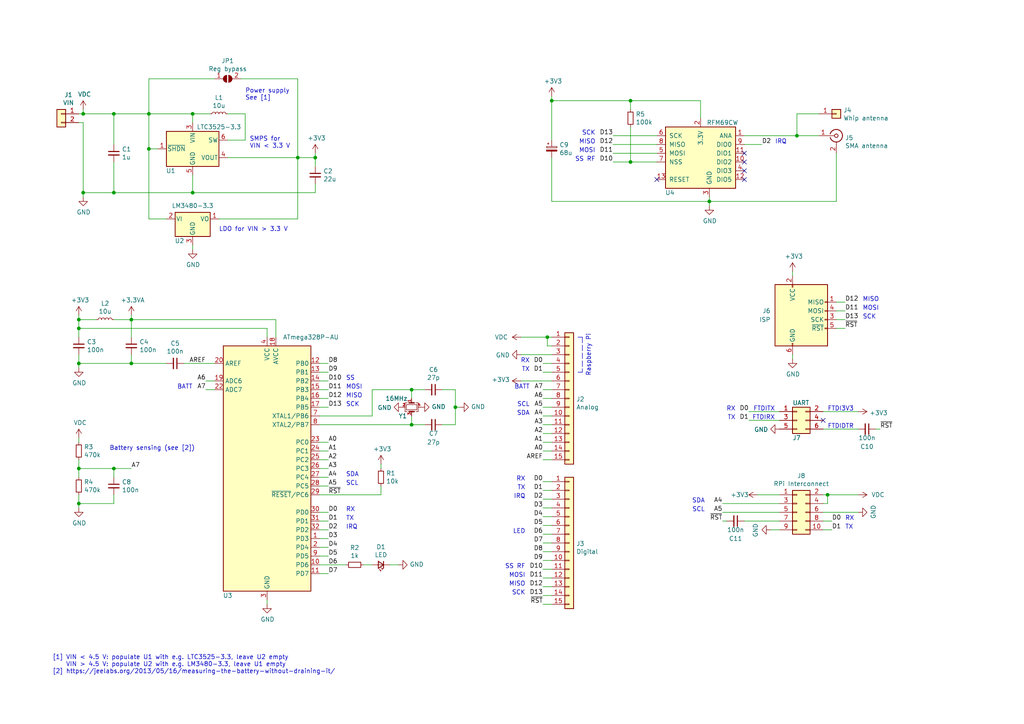
<source format=kicad_sch>
(kicad_sch (version 20211123) (generator eeschema)
  (paper "A4")
  (title_block (title "Taransay") (date "2021-11-06") (rev "1") (company "Sean Leavey"))
  (lib_symbols
    (symbol "Connector:AVR-ISP-6" (pin_names (offset 1.016))
      (property "Reference" "J" (at -6.35 11.43 0))
      (property "Value" "AVR-ISP-6" (at 0 11.43 0))
      (symbol "AVR-ISP-6_0_1"
        (rectangle (start -2.667 -6.858) (end -2.413 -7.62))
        (rectangle (start -2.667 10.16) (end -2.413 9.398))
        (rectangle (start 7.62 -2.413) (end 6.858 -2.667))
        (rectangle (start 7.62 0.127) (end 6.858 -0.127))
        (rectangle (start 7.62 2.667) (end 6.858 2.413))
        (rectangle (start 7.62 5.207) (end 6.858 4.953))
        (rectangle (start 7.62 10.16) (end -7.62 -7.62) (stroke (width 0.254)) (fill (type background)))
      )
      (symbol "AVR-ISP-6_1_1"
        (pin passive line (at 10.16 5.08 180) (length 2.54) (name "MISO") (number "1"))
        (pin passive line (at -2.54 12.7 270) (length 2.54) (name "VCC") (number "2"))
        (pin passive line (at 10.16 0 180) (length 2.54) (name "SCK") (number "3"))
        (pin passive line (at 10.16 2.54 180) (length 2.54) (name "MOSI") (number "4"))
        (pin passive line (at 10.16 -2.54 180) (length 2.54) (name "~{RST}") (number "5"))
        (pin passive line (at -2.54 -10.16 90) (length 2.54) (name "GND") (number "6"))
      )
    )
    (symbol "Connector:Conn_Coaxial" (pin_names (offset 1.016) hide)
      (property "Reference" "J" (at 0.254 3.048 0))
      (property "Value" "Conn_Coaxial" (at 2.921 0 90))
      (symbol "Conn_Coaxial_0_1"
        (arc (start -1.778 -0.508) (mid 0.2311 -1.8066) (end 1.778 0) (stroke (width 0.254)))
        (polyline (pts (xy -2.54 0) (xy -0.508 0)))
        (polyline (pts (xy 0 -2.54) (xy 0 -1.778)))
        (circle (center 0 0) (radius 0.508) (stroke (width 0.2032)))
        (arc (start 1.778 0) (mid 0.2099 1.8101) (end -1.778 0.508) (stroke (width 0.254)))
      )
      (symbol "Conn_Coaxial_1_1"
        (pin passive line (at -5.08 0 0) (length 2.54) (name "In") (number "1"))
        (pin passive line (at 0 -5.08 90) (length 2.54) (name "Ext") (number "2"))
      )
    )
    (symbol "Connector_Generic:Conn_01x01" (pin_names (offset 1.016) hide)
      (property "Reference" "J" (at 0 2.54 0))
      (property "Value" "Conn_01x01" (at 0 -2.54 0))
      (symbol "Conn_01x01_1_1"
        (rectangle (start -1.27 0.127) (end 0 -0.127) (stroke (width 0.1524)))
        (rectangle (start -1.27 1.27) (end 1.27 -1.27) (stroke (width 0.254)) (fill (type background)))
        (pin passive line (at -5.08 0 0) (length 3.81) (name "Pin_1") (number "1"))
      )
    )
    (symbol "Connector_Generic:Conn_01x02" (pin_names (offset 1.016) hide)
      (property "Reference" "J" (at 0 2.54 0))
      (property "Value" "Conn_01x02" (at 0 -5.08 0))
      (symbol "Conn_01x02_1_1"
        (rectangle (start -1.27 -2.413) (end 0 -2.667) (stroke (width 0.1524)))
        (rectangle (start -1.27 0.127) (end 0 -0.127) (stroke (width 0.1524)))
        (rectangle (start -1.27 1.27) (end 1.27 -3.81) (stroke (width 0.254)) (fill (type background)))
        (pin passive line (at -5.08 0 0) (length 3.81) (name "Pin_1") (number "1"))
        (pin passive line (at -5.08 -2.54 0) (length 3.81) (name "Pin_2") (number "2"))
      )
    )
    (symbol "Connector_Generic:Conn_01x15" (pin_names (offset 1.016) hide)
      (property "Reference" "J" (at 0 20.32 0))
      (property "Value" "Conn_01x15" (at 0 -20.32 0))
      (symbol "Conn_01x15_1_1"
        (rectangle (start -1.27 -17.653) (end 0 -17.907) (stroke (width 0.1524)))
        (rectangle (start -1.27 -15.113) (end 0 -15.367) (stroke (width 0.1524)))
        (rectangle (start -1.27 -12.573) (end 0 -12.827) (stroke (width 0.1524)))
        (rectangle (start -1.27 -10.033) (end 0 -10.287) (stroke (width 0.1524)))
        (rectangle (start -1.27 -7.493) (end 0 -7.747) (stroke (width 0.1524)))
        (rectangle (start -1.27 -4.953) (end 0 -5.207) (stroke (width 0.1524)))
        (rectangle (start -1.27 -2.413) (end 0 -2.667) (stroke (width 0.1524)))
        (rectangle (start -1.27 0.127) (end 0 -0.127) (stroke (width 0.1524)))
        (rectangle (start -1.27 2.667) (end 0 2.413) (stroke (width 0.1524)))
        (rectangle (start -1.27 5.207) (end 0 4.953) (stroke (width 0.1524)))
        (rectangle (start -1.27 7.747) (end 0 7.493) (stroke (width 0.1524)))
        (rectangle (start -1.27 10.287) (end 0 10.033) (stroke (width 0.1524)))
        (rectangle (start -1.27 12.827) (end 0 12.573) (stroke (width 0.1524)))
        (rectangle (start -1.27 15.367) (end 0 15.113) (stroke (width 0.1524)))
        (rectangle (start -1.27 17.907) (end 0 17.653) (stroke (width 0.1524)))
        (rectangle (start -1.27 19.05) (end 1.27 -19.05) (stroke (width 0.254)) (fill (type background)))
        (pin passive line (at -5.08 17.78 0) (length 3.81) (name "Pin_1") (number "1"))
        (pin passive line (at -5.08 -5.08 0) (length 3.81) (name "Pin_10") (number "10"))
        (pin passive line (at -5.08 -7.62 0) (length 3.81) (name "Pin_11") (number "11"))
        (pin passive line (at -5.08 -10.16 0) (length 3.81) (name "Pin_12") (number "12"))
        (pin passive line (at -5.08 -12.7 0) (length 3.81) (name "Pin_13") (number "13"))
        (pin passive line (at -5.08 -15.24 0) (length 3.81) (name "Pin_14") (number "14"))
        (pin passive line (at -5.08 -17.78 0) (length 3.81) (name "Pin_15") (number "15"))
        (pin passive line (at -5.08 15.24 0) (length 3.81) (name "Pin_2") (number "2"))
        (pin passive line (at -5.08 12.7 0) (length 3.81) (name "Pin_3") (number "3"))
        (pin passive line (at -5.08 10.16 0) (length 3.81) (name "Pin_4") (number "4"))
        (pin passive line (at -5.08 7.62 0) (length 3.81) (name "Pin_5") (number "5"))
        (pin passive line (at -5.08 5.08 0) (length 3.81) (name "Pin_6") (number "6"))
        (pin passive line (at -5.08 2.54 0) (length 3.81) (name "Pin_7") (number "7"))
        (pin passive line (at -5.08 0 0) (length 3.81) (name "Pin_8") (number "8"))
        (pin passive line (at -5.08 -2.54 0) (length 3.81) (name "Pin_9") (number "9"))
      )
    )
    (symbol "Connector_Generic:Conn_02x03_Odd_Even" (pin_names (offset 1.016) hide)
      (property "Reference" "J" (at 1.27 5.08 0))
      (property "Value" "Conn_02x03_Odd_Even" (at 1.27 -5.08 0))
      (symbol "Conn_02x03_Odd_Even_1_1"
        (rectangle (start -1.27 -2.413) (end 0 -2.667) (stroke (width 0.1524)))
        (rectangle (start -1.27 0.127) (end 0 -0.127) (stroke (width 0.1524)))
        (rectangle (start -1.27 2.667) (end 0 2.413) (stroke (width 0.1524)))
        (rectangle (start -1.27 3.81) (end 3.81 -3.81) (stroke (width 0.254)) (fill (type background)))
        (rectangle (start 3.81 -2.413) (end 2.54 -2.667) (stroke (width 0.1524)))
        (rectangle (start 3.81 0.127) (end 2.54 -0.127) (stroke (width 0.1524)))
        (rectangle (start 3.81 2.667) (end 2.54 2.413) (stroke (width 0.1524)))
        (pin passive line (at -5.08 2.54 0) (length 3.81) (name "Pin_1") (number "1"))
        (pin passive line (at 7.62 2.54 180) (length 3.81) (name "Pin_2") (number "2"))
        (pin passive line (at -5.08 0 0) (length 3.81) (name "Pin_3") (number "3"))
        (pin passive line (at 7.62 0 180) (length 3.81) (name "Pin_4") (number "4"))
        (pin passive line (at -5.08 -2.54 0) (length 3.81) (name "Pin_5") (number "5"))
        (pin passive line (at 7.62 -2.54 180) (length 3.81) (name "Pin_6") (number "6"))
      )
    )
    (symbol "Connector_Generic:Conn_02x05_Odd_Even" (pin_names (offset 1.016) hide)
      (property "Reference" "J" (at 1.27 7.62 0))
      (property "Value" "Conn_02x05_Odd_Even" (at 1.27 -7.62 0))
      (symbol "Conn_02x05_Odd_Even_1_1"
        (rectangle (start -1.27 -4.953) (end 0 -5.207) (stroke (width 0.1524)))
        (rectangle (start -1.27 -2.413) (end 0 -2.667) (stroke (width 0.1524)))
        (rectangle (start -1.27 0.127) (end 0 -0.127) (stroke (width 0.1524)))
        (rectangle (start -1.27 2.667) (end 0 2.413) (stroke (width 0.1524)))
        (rectangle (start -1.27 5.207) (end 0 4.953) (stroke (width 0.1524)))
        (rectangle (start -1.27 6.35) (end 3.81 -6.35) (stroke (width 0.254)) (fill (type background)))
        (rectangle (start 3.81 -4.953) (end 2.54 -5.207) (stroke (width 0.1524)))
        (rectangle (start 3.81 -2.413) (end 2.54 -2.667) (stroke (width 0.1524)))
        (rectangle (start 3.81 0.127) (end 2.54 -0.127) (stroke (width 0.1524)))
        (rectangle (start 3.81 2.667) (end 2.54 2.413) (stroke (width 0.1524)))
        (rectangle (start 3.81 5.207) (end 2.54 4.953) (stroke (width 0.1524)))
        (pin passive line (at -5.08 5.08 0) (length 3.81) (name "Pin_1") (number "1"))
        (pin passive line (at 7.62 -5.08 180) (length 3.81) (name "Pin_10") (number "10"))
        (pin passive line (at 7.62 5.08 180) (length 3.81) (name "Pin_2") (number "2"))
        (pin passive line (at -5.08 2.54 0) (length 3.81) (name "Pin_3") (number "3"))
        (pin passive line (at 7.62 2.54 180) (length 3.81) (name "Pin_4") (number "4"))
        (pin passive line (at -5.08 0 0) (length 3.81) (name "Pin_5") (number "5"))
        (pin passive line (at 7.62 0 180) (length 3.81) (name "Pin_6") (number "6"))
        (pin passive line (at -5.08 -2.54 0) (length 3.81) (name "Pin_7") (number "7"))
        (pin passive line (at 7.62 -2.54 180) (length 3.81) (name "Pin_8") (number "8"))
        (pin passive line (at -5.08 -5.08 0) (length 3.81) (name "Pin_9") (number "9"))
      )
    )
    (symbol "Device:C_Polarized_Small" (pin_numbers hide) (pin_names (offset 0.254) hide)
      (property "Reference" "C" (at 0.254 1.778 0))
      (property "Value" "C_Polarized_Small" (at 0.254 -2.032 0))
      (symbol "C_Polarized_Small_0_1"
        (rectangle (start -1.524 -0.3048) (end 1.524 -0.6858) (fill (type outline)))
        (rectangle (start -1.524 0.6858) (end 1.524 0.3048))
        (polyline (pts (xy -1.27 1.524) (xy -0.762 1.524)))
        (polyline (pts (xy -1.016 1.27) (xy -1.016 1.778)))
      )
      (symbol "C_Polarized_Small_1_1"
        (pin passive line (at 0 2.54 270) (length 1.8542) (name "~") (number "1"))
        (pin passive line (at 0 -2.54 90) (length 1.8542) (name "~") (number "2"))
      )
    )
    (symbol "Device:C_Small" (pin_numbers hide) (pin_names (offset 0.254) hide)
      (property "Reference" "C" (at 0.254 1.778 0))
      (property "Value" "C_Small" (at 0.254 -2.032 0))
      (symbol "C_Small_0_1"
        (polyline (pts (xy -1.524 -0.508) (xy 1.524 -0.508)) (stroke (width 0.3302)))
        (polyline (pts (xy -1.524 0.508) (xy 1.524 0.508)) (stroke (width 0.3048)))
      )
      (symbol "C_Small_1_1"
        (pin passive line (at 0 2.54 270) (length 2.032) (name "~") (number "1"))
        (pin passive line (at 0 -2.54 90) (length 2.032) (name "~") (number "2"))
      )
    )
    (symbol "Device:Crystal_GND24_Small" (pin_names (offset 1.016) hide)
      (property "Reference" "Y" (at 1.27 4.445 0))
      (property "Value" "Crystal_GND24_Small" (at 1.27 2.54 0))
      (symbol "Crystal_GND24_Small_0_1"
        (rectangle (start -0.762 -1.524) (end 0.762 1.524))
        (polyline (pts (xy -1.27 -0.762) (xy -1.27 0.762)) (stroke (width 0.381)))
        (polyline (pts (xy 1.27 -0.762) (xy 1.27 0.762)) (stroke (width 0.381)))
        (polyline (pts (xy -1.27 -1.27) (xy -1.27 -1.905) (xy 1.27 -1.905) (xy 1.27 -1.27)))
        (polyline (pts (xy -1.27 1.27) (xy -1.27 1.905) (xy 1.27 1.905) (xy 1.27 1.27)))
      )
      (symbol "Crystal_GND24_Small_1_1"
        (pin passive line (at -2.54 0 0) (length 1.27) (name "1") (number "1"))
        (pin passive line (at 0 -2.54 90) (length 0.635) (name "2") (number "2"))
        (pin passive line (at 2.54 0 180) (length 1.27) (name "3") (number "3"))
        (pin passive line (at 0 2.54 270) (length 0.635) (name "4") (number "4"))
      )
    )
    (symbol "Device:LED_Small" (pin_numbers hide) (pin_names (offset 0.254) hide)
      (property "Reference" "D" (at -1.27 3.175 0))
      (property "Value" "LED_Small" (at -4.445 -2.54 0))
      (symbol "LED_Small_0_1"
        (polyline (pts (xy -0.762 -1.016) (xy -0.762 1.016)) (stroke (width 0.254)))
        (polyline (pts (xy 1.016 0) (xy -0.762 0)))
        (polyline (pts (xy 0.762 -1.016) (xy -0.762 0) (xy 0.762 1.016) (xy 0.762 -1.016)) (stroke (width 0.254)))
        (polyline (pts (xy 0 0.762) (xy -0.508 1.27) (xy -0.254 1.27) (xy -0.508 1.27) (xy -0.508 1.016)))
        (polyline (pts (xy 0.508 1.27) (xy 0 1.778) (xy 0.254 1.778) (xy 0 1.778) (xy 0 1.524)))
      )
      (symbol "LED_Small_1_1"
        (pin passive line (at -2.54 0 0) (length 1.778) (name "K") (number "1"))
        (pin passive line (at 2.54 0 180) (length 1.778) (name "A") (number "2"))
      )
    )
    (symbol "Device:L_Small" (pin_numbers hide) (pin_names (offset 0.254) hide)
      (property "Reference" "L" (at 0.762 1.016 0))
      (property "Value" "L_Small" (at 0.762 -1.016 0))
      (symbol "L_Small_0_1"
        (arc (start 0 -2.032) (mid 0.508 -1.524) (end 0 -1.016))
        (arc (start 0 -1.016) (mid 0.508 -0.508) (end 0 0))
        (arc (start 0 0) (mid 0.508 0.508) (end 0 1.016))
        (arc (start 0 1.016) (mid 0.508 1.524) (end 0 2.032))
      )
      (symbol "L_Small_1_1"
        (pin passive line (at 0 2.54 270) (length 0.508) (name "~") (number "1"))
        (pin passive line (at 0 -2.54 90) (length 0.508) (name "~") (number "2"))
      )
    )
    (symbol "Device:R_Small" (pin_numbers hide) (pin_names (offset 0.254) hide)
      (property "Reference" "R" (at 0.762 0.508 0))
      (property "Value" "R_Small" (at 0.762 -1.016 0))
      (symbol "R_Small_0_1"
        (rectangle (start -0.762 1.778) (end 0.762 -1.778) (stroke (width 0.2032)))
      )
      (symbol "R_Small_1_1"
        (pin passive line (at 0 2.54 270) (length 0.762) (name "~") (number "1"))
        (pin passive line (at 0 -2.54 90) (length 0.762) (name "~") (number "2"))
      )
    )
    (symbol "Jumper:SolderJumper_2_Open" (pin_names (offset 0) hide)
      (property "Reference" "JP" (at 0 2.032 0))
      (property "Value" "SolderJumper_2_Open" (at 0 -2.54 0))
      (symbol "SolderJumper_2_Open_0_1"
        (arc (start -0.254 1.016) (mid -1.27 0) (end -0.254 -1.016))
        (arc (start -0.254 1.016) (mid -1.27 0) (end -0.254 -1.016) (fill (type outline)))
        (polyline (pts (xy -0.254 1.016) (xy -0.254 -1.016)))
        (polyline (pts (xy 0.254 1.016) (xy 0.254 -1.016)))
        (arc (start 0.254 -1.016) (mid 1.27 0) (end 0.254 1.016))
        (arc (start 0.254 -1.016) (mid 1.27 0) (end 0.254 1.016) (fill (type outline)))
      )
      (symbol "SolderJumper_2_Open_1_1"
        (pin passive line (at -3.81 0 0) (length 2.54) (name "A") (number "1"))
        (pin passive line (at 3.81 0 180) (length 2.54) (name "B") (number "2"))
      )
    )
    (symbol "MCU_Microchip_ATmega:ATmega328P-AU"
      (property "Reference" "U" (at -12.7 36.83 0))
      (property "Value" "MCU_Microchip_ATmega_ATmega328P-AU" (at 2.54 -36.83 0))
      (symbol "ATmega328P-AU_0_1"
        (rectangle (start -12.7 -35.56) (end 12.7 35.56) (stroke (width 0.254)) (fill (type background)))
      )
      (symbol "ATmega328P-AU_1_1"
        (pin bidirectional line (at 15.24 -20.32 180) (length 2.54) (name "PD3") (number "1"))
        (pin bidirectional line (at 15.24 -27.94 180) (length 2.54) (name "PD6") (number "10"))
        (pin bidirectional line (at 15.24 -30.48 180) (length 2.54) (name "PD7") (number "11"))
        (pin bidirectional line (at 15.24 30.48 180) (length 2.54) (name "PB0") (number "12"))
        (pin bidirectional line (at 15.24 27.94 180) (length 2.54) (name "PB1") (number "13"))
        (pin bidirectional line (at 15.24 25.4 180) (length 2.54) (name "PB2") (number "14"))
        (pin bidirectional line (at 15.24 22.86 180) (length 2.54) (name "PB3") (number "15"))
        (pin bidirectional line (at 15.24 20.32 180) (length 2.54) (name "PB4") (number "16"))
        (pin bidirectional line (at 15.24 17.78 180) (length 2.54) (name "PB5") (number "17"))
        (pin power_in line (at 2.54 38.1 270) (length 2.54) (name "AVCC") (number "18"))
        (pin input line (at -15.24 25.4 0) (length 2.54) (name "ADC6") (number "19"))
        (pin bidirectional line (at 15.24 -22.86 180) (length 2.54) (name "PD4") (number "2"))
        (pin passive line (at -15.24 30.48 0) (length 2.54) (name "AREF") (number "20"))
        (pin passive line (at 0 -38.1 90) (length 2.54) hide (name "GND") (number "21"))
        (pin input line (at -15.24 22.86 0) (length 2.54) (name "ADC7") (number "22"))
        (pin bidirectional line (at 15.24 7.62 180) (length 2.54) (name "PC0") (number "23"))
        (pin bidirectional line (at 15.24 5.08 180) (length 2.54) (name "PC1") (number "24"))
        (pin bidirectional line (at 15.24 2.54 180) (length 2.54) (name "PC2") (number "25"))
        (pin bidirectional line (at 15.24 0 180) (length 2.54) (name "PC3") (number "26"))
        (pin bidirectional line (at 15.24 -2.54 180) (length 2.54) (name "PC4") (number "27"))
        (pin bidirectional line (at 15.24 -5.08 180) (length 2.54) (name "PC5") (number "28"))
        (pin bidirectional line (at 15.24 -7.62 180) (length 2.54) (name "~{RESET}/PC6") (number "29"))
        (pin power_in line (at 0 -38.1 90) (length 2.54) (name "GND") (number "3"))
        (pin bidirectional line (at 15.24 -12.7 180) (length 2.54) (name "PD0") (number "30"))
        (pin bidirectional line (at 15.24 -15.24 180) (length 2.54) (name "PD1") (number "31"))
        (pin bidirectional line (at 15.24 -17.78 180) (length 2.54) (name "PD2") (number "32"))
        (pin power_in line (at 0 38.1 270) (length 2.54) (name "VCC") (number "4"))
        (pin passive line (at 0 -38.1 90) (length 2.54) hide (name "GND") (number "5"))
        (pin passive line (at 0 38.1 270) (length 2.54) hide (name "VCC") (number "6"))
        (pin bidirectional line (at 15.24 15.24 180) (length 2.54) (name "XTAL1/PB6") (number "7"))
        (pin bidirectional line (at 15.24 12.7 180) (length 2.54) (name "XTAL2/PB7") (number "8"))
        (pin bidirectional line (at 15.24 -25.4 180) (length 2.54) (name "PD5") (number "9"))
      )
    )
    (symbol "Regulator_Linear:LM3480-3.3" (pin_names (offset 0.254))
      (property "Reference" "U" (at -3.81 3.175 0))
      (property "Value" "LM3480-3.3" (at 0 3.175 0))
      (symbol "LM3480-3.3_0_1"
        (rectangle (start -5.08 1.905) (end 5.08 -5.08) (stroke (width 0.254)) (fill (type background)))
      )
      (symbol "LM3480-3.3_1_1"
        (pin power_out line (at 7.62 0 180) (length 2.54) (name "VO") (number "1"))
        (pin power_in line (at -7.62 0 0) (length 2.54) (name "VI") (number "2"))
        (pin power_in line (at 0 -7.62 90) (length 2.54) (name "GND") (number "3"))
      )
    )
    (symbol "Regulator_Switching:LTC3525-3.3" (pin_names (offset 0.254))
      (property "Reference" "U" (at -6.35 6.35 0))
      (property "Value" "LTC3525-3.3" (at 1.27 6.35 0))
      (symbol "LTC3525-3.3_0_1"
        (rectangle (start -7.62 5.08) (end 7.62 -5.08) (stroke (width 0.254)) (fill (type background)))
      )
      (symbol "LTC3525-3.3_1_1"
        (pin input line (at -10.16 0 0) (length 2.54) (name "~{SHDN}") (number "1"))
        (pin passive line (at 0 -7.62 90) (length 2.54) hide (name "GND") (number "2"))
        (pin power_in line (at 0 7.62 270) (length 2.54) (name "VIN") (number "3"))
        (pin power_out line (at 10.16 -2.54 180) (length 2.54) (name "VOUT") (number "4"))
        (pin power_in line (at 0 -7.62 90) (length 2.54) (name "GND") (number "5"))
        (pin input line (at 10.16 2.54 180) (length 2.54) (name "SW") (number "6"))
      )
    )
    (symbol "Taransay_RF_Module:RFM69CW" (pin_names (offset 1.016))
      (property "Reference" "U" (at -3.81 11.43 0))
      (property "Value" "RFM69CW" (at -7.62 13.97 0))
      (symbol "RFM69CW_0_1"
        (rectangle (start -10.16 10.16) (end 10.16 -7.62) (stroke (width 0.254)) (fill (type background)))
      )
      (symbol "RFM69CW_1_1"
        (pin output line (at 12.7 7.62 180) (length 2.54) (name "ANA") (number "1"))
        (pin bidirectional line (at 12.7 0 180) (length 2.54) (name "DIO2") (number "10"))
        (pin bidirectional line (at 12.7 2.54 180) (length 2.54) (name "DIO1") (number "11"))
        (pin bidirectional line (at 12.7 -5.08 180) (length 2.54) (name "DIO5") (number "12"))
        (pin input line (at -12.7 -5.08 0) (length 2.54) (name "RESET") (number "13"))
        (pin passive line (at 2.54 -10.16 90) (length 2.54) hide (name "GND") (number "14"))
        (pin power_in line (at 0 12.7 270) (length 2.54) (name "3.3V") (number "2"))
        (pin power_in line (at 2.54 -10.16 90) (length 2.54) (name "GND") (number "3"))
        (pin bidirectional line (at 12.7 -2.54 180) (length 2.54) (name "DIO3") (number "4"))
        (pin input line (at -12.7 2.54 0) (length 2.54) (name "MOSI") (number "5"))
        (pin input line (at -12.7 7.62 0) (length 2.54) (name "SCK") (number "6"))
        (pin input line (at -12.7 0 0) (length 2.54) (name "NSS") (number "7"))
        (pin output line (at -12.7 5.08 0) (length 2.54) (name "MISO") (number "8"))
        (pin bidirectional line (at 12.7 5.08 180) (length 2.54) (name "DIO0") (number "9"))
      )
    )
    (symbol "power:+3.3VA" (power) (pin_names (offset 0))
      (property "Value" "+3.3VA" (at 0 3.556 0))
      (symbol "+3.3VA_0_1"
        (polyline (pts (xy -0.762 1.27) (xy 0 2.54)))
        (polyline (pts (xy 0 0) (xy 0 2.54)))
        (polyline (pts (xy 0 2.54) (xy 0.762 1.27)))
      )
      (symbol "+3.3VA_1_1"
        (pin power_in line (at 0 0 90) (length 0) hide (name "+3.3VA") (number "1"))
      )
    )
    (symbol "power:+3V3" (power) (pin_names (offset 0))
      (property "Value" "+3V3" (at 0 3.556 0))
      (symbol "+3V3_0_1"
        (polyline (pts (xy -0.762 1.27) (xy 0 2.54)))
        (polyline (pts (xy 0 0) (xy 0 2.54)))
        (polyline (pts (xy 0 2.54) (xy 0.762 1.27)))
      )
      (symbol "+3V3_1_1"
        (pin power_in line (at 0 0 90) (length 0) hide (name "+3V3") (number "1"))
      )
    )
    (symbol "power:GND" (power) (pin_names (offset 0))
      (property "Value" "GND" (at 0 -3.81 0))
      (symbol "GND_0_1"
        (polyline (pts (xy 0 0) (xy 0 -1.27) (xy 1.27 -1.27) (xy 0 -2.54) (xy -1.27 -1.27) (xy 0 -1.27)))
      )
      (symbol "GND_1_1"
        (pin power_in line (at 0 0 270) (length 0) hide (name "GND") (number "1"))
      )
    )
    (symbol "power:VDC" (power) (pin_names (offset 0))
      (property "Value" "VDC" (at 0 6.35 0))
      (symbol "VDC_0_1"
        (polyline (pts (xy -0.762 1.27) (xy 0 2.54)))
        (polyline (pts (xy 0 0) (xy 0 2.54)))
        (polyline (pts (xy 0 2.54) (xy 0.762 1.27)))
      )
      (symbol "VDC_1_1"
        (pin power_in line (at 0 0 90) (length 0) hide (name "VDC") (number "1"))
      )
    )
  )
  (junction (at 182.88 46.99))
  (junction (at 43.18 33.02))
  (junction (at 38.1 105.41))
  (junction (at 158.75 97.79))
  (junction (at 86.36 45.72))
  (junction (at 22.86 92.71))
  (junction (at 22.86 135.89))
  (junction (at 24.13 55.88))
  (junction (at 43.18 43.18))
  (junction (at 33.02 33.02))
  (junction (at 38.1 92.71))
  (junction (at 205.74 58.42))
  (junction (at 22.86 95.25))
  (junction (at 55.88 33.02))
  (junction (at 231.14 39.37))
  (junction (at 182.88 29.21))
  (junction (at 91.44 45.72))
  (junction (at 33.02 135.89))
  (junction (at 33.02 55.88))
  (junction (at 119.38 113.03))
  (junction (at 119.38 123.19))
  (junction (at 160.02 29.21))
  (junction (at 55.88 55.88))
  (junction (at 22.86 105.41))
  (junction (at 240.03 143.51))
  (junction (at 132.08 118.11))
  (junction (at 22.86 146.05))
  (junction (at 24.13 33.02))
  (no_connect (at 215.9 46.99))
  (no_connect (at 215.9 52.07))
  (no_connect (at 215.9 49.53))
  (no_connect (at 215.9 44.45))
  (no_connect (at 190.5 52.07))
  (no_connect (at 238.76 121.92))
  (wire (pts (xy 55.88 50.8) (xy 55.88 55.88)))
  (wire (pts (xy 92.71 143.51) (xy 110.49 143.51)))
  (wire (pts (xy 119.38 113.03) (xy 107.95 113.03)))
  (wire (pts (xy 43.18 22.86) (xy 43.18 33.02)))
  (wire (pts (xy 48.26 105.41) (xy 38.1 105.41)))
  (wire (pts (xy 177.8 46.99) (xy 182.88 46.99)))
  (wire (pts (xy 231.14 39.37) (xy 237.49 39.37)))
  (wire (pts (xy 24.13 55.88) (xy 33.02 55.88)))
  (wire (pts (xy 22.86 135.89) (xy 22.86 133.35)))
  (wire (pts (xy 132.08 118.11) (xy 132.08 123.19)))
  (wire (pts (xy 119.38 113.03) (xy 123.19 113.03)))
  (wire (pts (xy 24.13 35.56) (xy 22.86 35.56)))
  (wire (pts (xy 160.02 165.1) (xy 157.48 165.1)))
  (wire (pts (xy 226.06 121.92) (xy 217.17 121.92)))
  (wire (pts (xy 255.27 124.46) (xy 254 124.46)))
  (wire (pts (xy 80.01 92.71) (xy 38.1 92.71)))
  (wire (pts (xy 92.71 138.43) (xy 95.25 138.43)))
  (wire (pts (xy 203.2 29.21) (xy 203.2 34.29)))
  (wire (pts (xy 43.18 22.86) (xy 62.23 22.86)))
  (wire (pts (xy 177.8 41.91) (xy 190.5 41.91)))
  (wire (pts (xy 113.03 163.83) (xy 115.57 163.83)))
  (wire (pts (xy 92.71 163.83) (xy 100.33 163.83)))
  (wire (pts (xy 160.02 115.57) (xy 157.48 115.57)))
  (wire (pts (xy 24.13 31.75) (xy 24.13 33.02)))
  (wire (pts (xy 92.71 166.37) (xy 95.25 166.37)))
  (wire (pts (xy 33.02 46.99) (xy 33.02 55.88)))
  (wire (pts (xy 205.74 58.42) (xy 242.57 58.42)))
  (wire (pts (xy 132.08 113.03) (xy 132.08 118.11)))
  (wire (pts (xy 24.13 35.56) (xy 24.13 55.88)))
  (wire (pts (xy 38.1 92.71) (xy 33.02 92.71)))
  (polyline (pts (xy 168.91 97.79) (xy 168.91 107.95)))
  (wire (pts (xy 55.88 55.88) (xy 33.02 55.88)))
  (wire (pts (xy 223.52 153.67) (xy 226.06 153.67)))
  (wire (pts (xy 231.14 33.02) (xy 231.14 39.37)))
  (wire (pts (xy 77.47 175.26) (xy 77.47 173.99)))
  (wire (pts (xy 107.95 120.65) (xy 92.71 120.65)))
  (wire (pts (xy 219.71 143.51) (xy 226.06 143.51)))
  (wire (pts (xy 123.19 123.19) (xy 119.38 123.19)))
  (wire (pts (xy 92.71 130.81) (xy 95.25 130.81)))
  (wire (pts (xy 92.71 156.21) (xy 95.25 156.21)))
  (wire (pts (xy 48.26 63.5) (xy 43.18 63.5)))
  (wire (pts (xy 238.76 151.13) (xy 241.3 151.13)))
  (wire (pts (xy 160.02 160.02) (xy 157.48 160.02)))
  (wire (pts (xy 226.06 119.38) (xy 217.17 119.38)))
  (wire (pts (xy 160.02 118.11) (xy 157.48 118.11)))
  (wire (pts (xy 205.74 58.42) (xy 205.74 57.15)))
  (wire (pts (xy 160.02 139.7) (xy 157.48 139.7)))
  (wire (pts (xy 205.74 59.69) (xy 205.74 58.42)))
  (wire (pts (xy 105.41 163.83) (xy 107.95 163.83)))
  (wire (pts (xy 86.36 63.5) (xy 86.36 45.72)))
  (wire (pts (xy 182.88 31.75) (xy 182.88 29.21)))
  (wire (pts (xy 160.02 27.94) (xy 160.02 29.21)))
  (wire (pts (xy 22.86 138.43) (xy 22.86 135.89)))
  (wire (pts (xy 160.02 97.79) (xy 158.75 97.79)))
  (wire (pts (xy 160.02 40.64) (xy 160.02 29.21)))
  (polyline (pts (xy 168.91 97.79) (xy 167.64 97.79)))
  (wire (pts (xy 248.92 119.38) (xy 238.76 119.38)))
  (wire (pts (xy 55.88 33.02) (xy 60.96 33.02)))
  (wire (pts (xy 22.86 106.68) (xy 22.86 105.41)))
  (wire (pts (xy 92.71 148.59) (xy 95.25 148.59)))
  (wire (pts (xy 238.76 153.67) (xy 241.3 153.67)))
  (wire (pts (xy 77.47 97.79) (xy 77.47 95.25)))
  (wire (pts (xy 22.86 135.89) (xy 33.02 135.89)))
  (wire (pts (xy 160.02 125.73) (xy 157.48 125.73)))
  (wire (pts (xy 86.36 22.86) (xy 86.36 45.72)))
  (wire (pts (xy 215.9 41.91) (xy 220.98 41.91)))
  (wire (pts (xy 229.87 104.14) (xy 229.87 102.87)))
  (wire (pts (xy 33.02 143.51) (xy 33.02 146.05)))
  (wire (pts (xy 92.71 113.03) (xy 95.25 113.03)))
  (wire (pts (xy 95.25 115.57) (xy 92.71 115.57)))
  (wire (pts (xy 132.08 118.11) (xy 133.35 118.11)))
  (wire (pts (xy 92.71 140.97) (xy 95.25 140.97)))
  (wire (pts (xy 71.12 40.64) (xy 71.12 33.02)))
  (wire (pts (xy 22.86 97.79) (xy 22.86 95.25)))
  (wire (pts (xy 160.02 152.4) (xy 157.48 152.4)))
  (wire (pts (xy 209.55 148.59) (xy 226.06 148.59)))
  (wire (pts (xy 160.02 128.27) (xy 157.48 128.27)))
  (wire (pts (xy 158.75 100.33) (xy 158.75 97.79)))
  (wire (pts (xy 69.85 22.86) (xy 86.36 22.86)))
  (wire (pts (xy 182.88 46.99) (xy 190.5 46.99)))
  (wire (pts (xy 160.02 107.95) (xy 157.48 107.95)))
  (wire (pts (xy 160.02 45.72) (xy 160.02 58.42)))
  (wire (pts (xy 245.11 90.17) (xy 242.57 90.17)))
  (wire (pts (xy 160.02 142.24) (xy 157.48 142.24)))
  (wire (pts (xy 110.49 140.97) (xy 110.49 143.51)))
  (wire (pts (xy 119.38 123.19) (xy 119.38 120.65)))
  (wire (pts (xy 43.18 33.02) (xy 33.02 33.02)))
  (wire (pts (xy 158.75 97.79) (xy 151.13 97.79)))
  (wire (pts (xy 240.03 146.05) (xy 240.03 143.51)))
  (wire (pts (xy 238.76 143.51) (xy 240.03 143.51)))
  (wire (pts (xy 66.04 45.72) (xy 86.36 45.72)))
  (wire (pts (xy 160.02 144.78) (xy 157.48 144.78)))
  (wire (pts (xy 160.02 100.33) (xy 158.75 100.33)))
  (wire (pts (xy 92.71 153.67) (xy 95.25 153.67)))
  (wire (pts (xy 22.86 95.25) (xy 77.47 95.25)))
  (wire (pts (xy 92.71 118.11) (xy 95.25 118.11)))
  (wire (pts (xy 91.44 55.88) (xy 55.88 55.88)))
  (wire (pts (xy 22.86 147.32) (xy 22.86 146.05)))
  (wire (pts (xy 43.18 63.5) (xy 43.18 43.18)))
  (wire (pts (xy 160.02 147.32) (xy 157.48 147.32)))
  (wire (pts (xy 182.88 36.83) (xy 182.88 46.99)))
  (wire (pts (xy 55.88 72.39) (xy 55.88 71.12)))
  (wire (pts (xy 38.1 91.44) (xy 38.1 92.71)))
  (polyline (pts (xy 168.91 107.95) (xy 167.64 107.95)))
  (wire (pts (xy 92.71 128.27) (xy 95.25 128.27)))
  (wire (pts (xy 22.86 102.87) (xy 22.86 105.41)))
  (wire (pts (xy 63.5 63.5) (xy 86.36 63.5)))
  (wire (pts (xy 38.1 102.87) (xy 38.1 105.41)))
  (wire (pts (xy 24.13 55.88) (xy 24.13 57.15)))
  (wire (pts (xy 177.8 44.45) (xy 190.5 44.45)))
  (wire (pts (xy 160.02 130.81) (xy 157.48 130.81)))
  (wire (pts (xy 22.86 146.05) (xy 22.86 143.51)))
  (wire (pts (xy 215.9 39.37) (xy 231.14 39.37)))
  (wire (pts (xy 182.88 29.21) (xy 203.2 29.21)))
  (wire (pts (xy 209.55 146.05) (xy 226.06 146.05)))
  (wire (pts (xy 22.86 33.02) (xy 24.13 33.02)))
  (wire (pts (xy 160.02 162.56) (xy 157.48 162.56)))
  (wire (pts (xy 160.02 175.26) (xy 157.48 175.26)))
  (wire (pts (xy 160.02 133.35) (xy 157.48 133.35)))
  (wire (pts (xy 128.27 113.03) (xy 132.08 113.03)))
  (wire (pts (xy 92.71 107.95) (xy 95.25 107.95)))
  (wire (pts (xy 238.76 148.59) (xy 248.92 148.59)))
  (wire (pts (xy 22.86 95.25) (xy 22.86 92.71)))
  (wire (pts (xy 160.02 105.41) (xy 157.48 105.41)))
  (wire (pts (xy 91.44 55.88) (xy 91.44 53.34)))
  (wire (pts (xy 160.02 154.94) (xy 157.48 154.94)))
  (wire (pts (xy 22.86 92.71) (xy 22.86 91.44)))
  (wire (pts (xy 33.02 135.89) (xy 38.1 135.89)))
  (wire (pts (xy 27.94 92.71) (xy 22.86 92.71)))
  (wire (pts (xy 33.02 41.91) (xy 33.02 33.02)))
  (wire (pts (xy 231.14 33.02) (xy 237.49 33.02)))
  (wire (pts (xy 160.02 113.03) (xy 157.48 113.03)))
  (wire (pts (xy 177.8 39.37) (xy 190.5 39.37)))
  (wire (pts (xy 160.02 167.64) (xy 157.48 167.64)))
  (wire (pts (xy 92.71 158.75) (xy 95.25 158.75)))
  (wire (pts (xy 43.18 33.02) (xy 55.88 33.02)))
  (wire (pts (xy 242.57 58.42) (xy 242.57 44.45)))
  (wire (pts (xy 55.88 33.02) (xy 55.88 35.56)))
  (wire (pts (xy 92.71 105.41) (xy 95.25 105.41)))
  (wire (pts (xy 92.71 161.29) (xy 95.25 161.29)))
  (wire (pts (xy 160.02 123.19) (xy 157.48 123.19)))
  (wire (pts (xy 160.02 102.87) (xy 151.13 102.87)))
  (wire (pts (xy 62.23 110.49) (xy 59.69 110.49)))
  (wire (pts (xy 205.74 58.42) (xy 160.02 58.42)))
  (wire (pts (xy 240.03 143.51) (xy 248.92 143.51)))
  (wire (pts (xy 160.02 157.48) (xy 157.48 157.48)))
  (wire (pts (xy 95.25 135.89) (xy 92.71 135.89)))
  (wire (pts (xy 160.02 120.65) (xy 157.48 120.65)))
  (wire (pts (xy 24.13 33.02) (xy 33.02 33.02)))
  (wire (pts (xy 22.86 128.27) (xy 22.86 127)))
  (wire (pts (xy 95.25 110.49) (xy 92.71 110.49)))
  (wire (pts (xy 80.01 97.79) (xy 80.01 92.71)))
  (wire (pts (xy 242.57 95.25) (xy 245.11 95.25)))
  (wire (pts (xy 107.95 113.03) (xy 107.95 120.65)))
  (wire (pts (xy 160.02 110.49) (xy 151.13 110.49)))
  (wire (pts (xy 33.02 138.43) (xy 33.02 135.89)))
  (wire (pts (xy 160.02 149.86) (xy 157.48 149.86)))
  (wire (pts (xy 242.57 92.71) (xy 245.11 92.71)))
  (wire (pts (xy 238.76 146.05) (xy 240.03 146.05)))
  (wire (pts (xy 119.38 115.57) (xy 119.38 113.03)))
  (wire (pts (xy 22.86 146.05) (xy 33.02 146.05)))
  (wire (pts (xy 86.36 45.72) (xy 91.44 45.72)))
  (wire (pts (xy 66.04 33.02) (xy 71.12 33.02)))
  (wire (pts (xy 62.23 113.03) (xy 59.69 113.03)))
  (wire (pts (xy 245.11 87.63) (xy 242.57 87.63)))
  (wire (pts (xy 38.1 105.41) (xy 22.86 105.41)))
  (wire (pts (xy 110.49 135.89) (xy 110.49 134.62)))
  (wire (pts (xy 210.82 151.13) (xy 209.55 151.13)))
  (wire (pts (xy 160.02 170.18) (xy 157.48 170.18)))
  (wire (pts (xy 248.92 124.46) (xy 238.76 124.46)))
  (wire (pts (xy 66.04 40.64) (xy 71.12 40.64)))
  (wire (pts (xy 53.34 105.41) (xy 62.23 105.41)))
  (wire (pts (xy 160.02 29.21) (xy 182.88 29.21)))
  (wire (pts (xy 45.72 43.18) (xy 43.18 43.18)))
  (wire (pts (xy 91.44 45.72) (xy 91.44 48.26)))
  (wire (pts (xy 43.18 43.18) (xy 43.18 33.02)))
  (wire (pts (xy 229.87 78.74) (xy 229.87 80.01)))
  (wire (pts (xy 215.9 151.13) (xy 226.06 151.13)))
  (wire (pts (xy 91.44 45.72) (xy 91.44 44.45)))
  (wire (pts (xy 160.02 172.72) (xy 157.48 172.72)))
  (wire (pts (xy 132.08 123.19) (xy 128.27 123.19)))
  (wire (pts (xy 92.71 151.13) (xy 95.25 151.13)))
  (wire (pts (xy 92.71 133.35) (xy 95.25 133.35)))
  (wire (pts (xy 92.71 123.19) (xy 119.38 123.19)))
  (wire (pts (xy 38.1 97.79) (xy 38.1 92.71)))
  (text "LED" (at 152.4 154.94 180) (effects (font (size 1.27 1.27)) (justify right bottom)))
  (text "TX" (at 213.36 121.92 180) (effects (font (size 1.27 1.27)) (justify right bottom)))
  (text "MISO" (at 250.19 87.63 0) (effects (font (size 1.27 1.27)) (justify left bottom)))
  (text "FTDI3V3" (at 240.03 119.38 0) (effects (font (size 1.27 1.27)) (justify left bottom)))
  (text "TX" (at 245.11 153.67 0) (effects (font (size 1.27 1.27)) (justify left bottom)))
  (text "TX" (at 153.67 107.95 180) (effects (font (size 1.27 1.27)) (justify right bottom)))
  (text "RX" (at 213.36 119.38 180) (effects (font (size 1.27 1.27)) (justify right bottom)))
  (text "FTDIDTR" (at 240.03 124.46 0) (effects (font (size 1.27 1.27)) (justify left bottom)))
  (text "IRQ" (at 224.79 41.91 0) (effects (font (size 1.27 1.27)) (justify left bottom)))
  (text "SCL" (at 153.67 118.11 180) (effects (font (size 1.27 1.27)) (justify right bottom)))
  (text "IRQ" (at 100.33 153.67 0) (effects (font (size 1.27 1.27)) (justify left bottom)))
  (text "SCK" (at 100.33 118.11 0) (effects (font (size 1.27 1.27)) (justify left bottom)))
  (text "MOSI" (at 152.4 167.64 180) (effects (font (size 1.27 1.27)) (justify right bottom)))
  (text "BATT" (at 153.67 113.03 180) (effects (font (size 1.27 1.27)) (justify right bottom)))
  (text "RX" (at 152.4 139.7 180) (effects (font (size 1.27 1.27)) (justify right bottom)))
  (text "MISO" (at 172.72 41.91 180) (effects (font (size 1.27 1.27)) (justify right bottom)))
  (text "MISO" (at 100.33 115.57 0) (effects (font (size 1.27 1.27)) (justify left bottom)))
  (text "RX" (at 153.67 105.41 180) (effects (font (size 1.27 1.27)) (justify right bottom)))
  (text "BATT" (at 55.88 113.03 180) (effects (font (size 1.27 1.27)) (justify right bottom)))
  (text "[1] VIN < 4.5 V: populate U1 with e.g. LTC3525-3.3, leave U2 empty\n    VIN > 4.5 V: populate U2 with e.g. LM3480-3.3, leave U1 empty\n[2] https://jeelabs.org/2013/05/16/measuring-the-battery-without-draining-it/" (at 15.24 195.58 0) (effects (font (size 1.27 1.27)) (justify left bottom)))
  (text "IRQ" (at 152.4 144.78 180) (effects (font (size 1.27 1.27)) (justify right bottom)))
  (text "SDA" (at 100.33 138.43 0) (effects (font (size 1.27 1.27)) (justify left bottom)))
  (text "MISO" (at 152.4 170.18 180) (effects (font (size 1.27 1.27)) (justify right bottom)))
  (text "SCK" (at 172.72 39.37 180) (effects (font (size 1.27 1.27)) (justify right bottom)))
  (text "TX" (at 100.33 151.13 0) (effects (font (size 1.27 1.27)) (justify left bottom)))
  (text "SDA" (at 204.47 146.05 180) (effects (font (size 1.27 1.27)) (justify right bottom)))
  (text "SDA" (at 153.67 120.65 180) (effects (font (size 1.27 1.27)) (justify right bottom)))
  (text "SCL" (at 204.47 148.59 180) (effects (font (size 1.27 1.27)) (justify right bottom)))
  (text "LDO for VIN > 3.3 V" (at 63.5 67.31 0) (effects (font (size 1.27 1.27)) (justify left bottom)))
  (text "FTDITX" (at 224.79 119.38 180) (effects (font (size 1.27 1.27)) (justify right bottom)))
  (text "MOSI" (at 172.72 44.45 180) (effects (font (size 1.27 1.27)) (justify right bottom)))
  (text "Battery sensing (see [2])" (at 31.75 130.81 0) (effects (font (size 1.27 1.27)) (justify left bottom)))
  (text "SS" (at 100.33 110.49 0) (effects (font (size 1.27 1.27)) (justify left bottom)))
  (text "FTDIRX" (at 224.79 121.92 180) (effects (font (size 1.27 1.27)) (justify right bottom)))
  (text "MOSI" (at 250.19 90.17 0) (effects (font (size 1.27 1.27)) (justify left bottom)))
  (text "SS RF" (at 172.72 46.99 180) (effects (font (size 1.27 1.27)) (justify right bottom)))
  (text "SCK" (at 250.19 92.71 0) (effects (font (size 1.27 1.27)) (justify left bottom)))
  (text "TX" (at 152.4 142.24 180) (effects (font (size 1.27 1.27)) (justify right bottom)))
  (text "RX" (at 245.11 151.13 0) (effects (font (size 1.27 1.27)) (justify left bottom)))
  (text "SMPS for\nVIN < 3.3 V" (at 72.39 43.18 0) (effects (font (size 1.27 1.27)) (justify left bottom)))
  (text "MOSI" (at 100.33 113.03 0) (effects (font (size 1.27 1.27)) (justify left bottom)))
  (text "Power supply\nSee [1]" (at 71.12 29.21 0) (effects (font (size 1.27 1.27)) (justify left bottom)))
  (text "Raspberry Pi" (at 171.45 109.22 90) (effects (font (size 1.27 1.27)) (justify left bottom)))
  (text "SS RF" (at 152.4 165.1 180) (effects (font (size 1.27 1.27)) (justify right bottom)))
  (text "SCL" (at 100.33 140.97 0) (effects (font (size 1.27 1.27)) (justify left bottom)))
  (text "SCK" (at 152.4 172.72 180) (effects (font (size 1.27 1.27)) (justify right bottom)))
  (text "RX" (at 100.33 148.59 0) (effects (font (size 1.27 1.27)) (justify left bottom)))
  (label "D11" (at 245.11 90.17 0))
  (label "D9" (at 95.25 107.95 0))
  (label "D10" (at 157.48 165.1 180))
  (label "D2" (at 220.98 41.91 0))
  (label "D0" (at 217.17 119.38 180))
  (label "D12" (at 245.11 87.63 0))
  (label "A0" (at 157.48 130.81 180))
  (label "A1" (at 95.25 130.81 0))
  (label "D5" (at 95.25 161.29 0))
  (label "A7" (at 38.1 135.89 0))
  (label "D2" (at 95.25 153.67 0))
  (label "A3" (at 95.25 135.89 0))
  (label "D7" (at 157.48 157.48 180))
  (label "D0" (at 95.25 148.59 0))
  (label "D9" (at 157.48 162.56 180))
  (label "AREF" (at 59.69 105.41 180))
  (label "D13" (at 157.48 172.72 180))
  (label "A2" (at 157.48 125.73 180))
  (label "D7" (at 95.25 166.37 0))
  (label "D5" (at 157.48 152.4 180))
  (label "A0" (at 95.25 128.27 0))
  (label "D11" (at 95.25 113.03 0))
  (label "D11" (at 157.48 167.64 180))
  (label "D3" (at 95.25 156.21 0))
  (label "A6" (at 59.69 110.49 180))
  (label "D1" (at 217.17 121.92 180))
  (label "D1" (at 241.3 153.67 0))
  (label "D4" (at 95.25 158.75 0))
  (label "~{RST}" (at 255.27 124.46 0))
  (label "D6" (at 157.48 154.94 180))
  (label "A5" (at 157.48 118.11 180))
  (label "D10" (at 177.8 46.99 180))
  (label "~{RST}" (at 157.48 175.26 180))
  (label "AREF" (at 157.48 133.35 180))
  (label "A4" (at 95.25 138.43 0))
  (label "A7" (at 59.69 113.03 180))
  (label "D13" (at 95.25 118.11 0))
  (label "A5" (at 95.25 140.97 0))
  (label "D3" (at 157.48 147.32 180))
  (label "A6" (at 157.48 115.57 180))
  (label "~{RST}" (at 245.11 95.25 0))
  (label "A4" (at 209.55 146.05 180))
  (label "D8" (at 95.25 105.41 0))
  (label "~{RST}" (at 209.55 151.13 180))
  (label "D12" (at 177.8 41.91 180))
  (label "D12" (at 157.48 170.18 180))
  (label "D4" (at 157.48 149.86 180))
  (label "D10" (at 95.25 110.49 0))
  (label "D8" (at 157.48 160.02 180))
  (label "D1" (at 157.48 142.24 180))
  (label "D0" (at 241.3 151.13 0))
  (label "~{RST}" (at 95.25 143.51 0))
  (label "A1" (at 157.48 128.27 180))
  (label "A7" (at 157.48 113.03 180))
  (label "D0" (at 157.48 105.41 180))
  (label "D13" (at 177.8 39.37 180))
  (label "A3" (at 157.48 123.19 180))
  (label "A4" (at 157.48 120.65 180))
  (label "D2" (at 157.48 144.78 180))
  (label "D13" (at 245.11 92.71 0))
  (label "D0" (at 157.48 139.7 180))
  (label "D6" (at 95.25 163.83 0))
  (label "D12" (at 95.25 115.57 0))
  (label "D11" (at 177.8 44.45 180))
  (label "A2" (at 95.25 133.35 0))
  (label "A5" (at 209.55 148.59 180))
  (label "D1" (at 95.25 151.13 0))
  (label "D1" (at 157.48 107.95 180))
  (symbol (lib_id "power:GND") (at 24.13 57.15 0) (unit 1)
    (property "Reference" "#PWR0109" (effects hide))
    (property "Value" "GND" (at 24.257 61.5442 0))
  )
  (symbol (lib_id "Device:C_Small") (at 38.1 100.33 0) (unit 1)
    (property "Reference" "C4" (at 40.4368 99.1616 0) (effects (justify left)))
    (property "Value" "100n" (at 40.4368 101.473 0) (effects (justify left)))
    (property "Footprint" "Capacitor_SMD:C_0805_2012Metric" (effects hide))
  )
  (symbol (lib_id "Connector:AVR-ISP-6") (at 232.41 92.71 0) (unit 1)
    (property "Reference" "J6" (at 223.52 90.17 0) (effects (justify right)))
    (property "Value" "ISP" (at 223.52 92.71 0) (effects (justify right)))
    (property "Footprint" "Connector_PinHeader_2.54mm:PinHeader_2x03_P2.54mm_Vertical" (effects hide))
    (property "Datasheet" " ~" (effects hide))
    (property "Manufacturer1" "RS Pro" (effects hide))
    (property "MPN1" "251-8137" (effects hide))
    (property "Vendor1" "RS" (effects hide))
    (property "SKU1" "251-8137" (effects hide))
  )
  (symbol (lib_id "power:+3V3") (at 91.44 44.45 0) (unit 1)
    (property "Reference" "#PWR0108" (effects hide))
    (property "Value" "+3V3" (at 91.821 40.0558 0))
  )
  (symbol (lib_id "power:+3V3") (at 22.86 91.44 0) (unit 1)
    (property "Reference" "#PWR0112" (effects hide))
    (property "Value" "+3V3" (at 23.241 87.0458 0))
  )
  (symbol (lib_id "power:GND") (at 115.57 163.83 90) (unit 1)
    (property "Reference" "#PWR0114" (effects hide))
    (property "Value" "GND" (at 118.8212 163.703 90) (effects (justify right)))
  )
  (symbol (lib_id "power:+3V3") (at 248.92 119.38 270) (unit 1)
    (property "Reference" "#PWR0125" (effects hide))
    (property "Value" "+3V3" (at 252.1712 119.761 90) (effects (justify left)))
  )
  (symbol (lib_id "power:+3V3") (at 229.87 78.74 0) (unit 1)
    (property "Reference" "#PWR0101" (effects hide))
    (property "Value" "+3V3" (at 230.251 74.3458 0))
  )
  (symbol (lib_id "power:+3V3") (at 110.49 134.62 0) (unit 1)
    (property "Reference" "#PWR0115" (effects hide))
    (property "Value" "+3V3" (at 110.871 130.2258 0))
  )
  (symbol (lib_id "power:+3V3") (at 160.02 27.94 0) (unit 1)
    (property "Reference" "#PWR0106" (effects hide))
    (property "Value" "+3V3" (at 160.401 23.5458 0))
  )
  (symbol (lib_id "Connector_Generic:Conn_02x05_Odd_Even") (at 231.14 148.59 0) (unit 1)
    (property "Reference" "J8" (at 232.41 137.9982 0))
    (property "Value" "RPi Interconnect" (at 232.41 140.3096 0))
    (property "Footprint" "Connector_PinSocket_2.54mm:PinSocket_2x05_P2.54mm_Vertical" (effects hide))
    (property "Manufacturer1" "TE Connectivity" (effects hide))
    (property "MPN1" "215307-5" (effects hide))
    (property "Vendor1" "RS" (effects hide))
    (property "SKU1" "495-8644" (effects hide))
  )
  (symbol (lib_id "power:GND") (at 22.86 106.68 0) (unit 1)
    (property "Reference" "#PWR0116" (effects hide))
    (property "Value" "GND" (at 22.987 111.0742 0))
  )
  (symbol (lib_id "power:GND") (at 133.35 118.11 90) (unit 1)
    (property "Reference" "#PWR0117" (effects hide))
    (property "Value" "GND" (at 136.6012 117.983 90) (effects (justify right)))
  )
  (symbol (lib_id "power:GND") (at 77.47 175.26 0) (unit 1)
    (property "Reference" "#PWR0118" (effects hide))
    (property "Value" "GND" (at 77.597 179.6542 0))
  )
  (symbol (lib_id "power:GND") (at 229.87 104.14 0) (unit 1)
    (property "Reference" "#PWR0102" (effects hide))
    (property "Value" "GND" (at 229.997 108.5342 0))
  )
  (symbol (lib_id "power:GND") (at 226.06 124.46 270) (unit 1)
    (property "Reference" "#PWR0103" (effects hide))
    (property "Value" "GND" (at 222.8088 124.587 90) (effects (justify right)))
  )
  (symbol (lib_id "power:+3.3VA") (at 38.1 91.44 0) (unit 1)
    (property "Reference" "#PWR0119" (effects hide))
    (property "Value" "+3.3VA" (at 38.481 87.0458 0))
  )
  (symbol (lib_id "Device:R_Small") (at 182.88 34.29 0) (unit 1)
    (property "Reference" "R5" (at 184.3786 33.1216 0) (effects (justify left)))
    (property "Value" "100k" (at 184.3786 35.433 0) (effects (justify left)))
    (property "Footprint" "Resistor_SMD:R_0805_2012Metric" (effects hide))
  )
  (symbol (lib_id "power:GND") (at 223.52 153.67 270) (unit 1)
    (property "Reference" "#PWR0104" (effects hide))
    (property "Value" "GND" (at 219.1258 153.797 0))
  )
  (symbol (lib_id "Connector_Generic:Conn_01x01") (at 242.57 33.02 0) (unit 1)
    (property "Reference" "J4" (at 244.602 31.9532 0) (effects (justify left)))
    (property "Value" "Whip antenna" (at 244.602 34.2646 0) (effects (justify left)))
    (property "Footprint" "Connector_Wire:SolderWire-0.25sqmm_1x01_D0.65mm_OD1.7mm" (effects hide))
  )
  (symbol (lib_id "Device:Crystal_GND24_Small") (at 119.38 118.11 270) (unit 1)
    (property "Reference" "Y1" (at 115.57 120.65 90) (effects (justify left)))
    (property "Value" "16MHz" (at 111.76 115.57 90) (effects (justify left)))
    (property "Footprint" "Crystal:Crystal_SMD_Abracon_ABM8G-4Pin_3.2x2.5mm" (effects hide))
    (property "Manufacturer1" "Abracon" (effects hide))
    (property "MPN1" "ABM8-16.000MHZ-7-1-U-T" (effects hide))
    (property "Vendor1" "Mouser" (effects hide))
    (property "SKU1" "815-ABM8-16-7-1-U-T" (effects hide))
  )
  (symbol (lib_id "power:+3V3") (at 219.71 143.51 90) (unit 1)
    (property "Reference" "#PWR0105" (effects hide))
    (property "Value" "+3V3" (at 217.17 143.51 90) (effects (justify left)))
  )
  (symbol (lib_id "Device:C_Small") (at 125.73 113.03 270) (unit 1)
    (property "Reference" "C6" (at 125.73 107.2134 90))
    (property "Value" "27p" (at 125.73 109.5248 90))
    (property "Footprint" "Capacitor_SMD:C_0603_1608Metric" (effects hide))
  )
  (symbol (lib_id "Device:C_Small") (at 125.73 123.19 270) (unit 1)
    (property "Reference" "C7" (at 125.73 125.73 90))
    (property "Value" "27p" (at 125.73 128.27 90))
    (property "Footprint" "Capacitor_SMD:C_0603_1608Metric" (effects hide))
  )
  (symbol (lib_id "Device:C_Small") (at 22.86 100.33 0) (unit 1)
    (property "Reference" "C3" (at 25.1968 99.1616 0) (effects (justify left)))
    (property "Value" "100n" (at 25.1968 101.473 0) (effects (justify left)))
    (property "Footprint" "Capacitor_SMD:C_0805_2012Metric" (effects hide))
  )
  (symbol (lib_id "Device:C_Small") (at 50.8 105.41 270) (unit 1)
    (property "Reference" "C5" (at 50.8 99.5934 90))
    (property "Value" "100n" (at 50.8 101.9048 90))
    (property "Footprint" "Capacitor_SMD:C_0805_2012Metric" (effects hide))
  )
  (symbol (lib_id "Device:R_Small") (at 110.49 138.43 0) (unit 1)
    (property "Reference" "R1" (at 111.9886 137.2616 0) (effects (justify left)))
    (property "Value" "10k" (at 111.9886 139.573 0) (effects (justify left)))
    (property "Footprint" "Resistor_SMD:R_0805_2012Metric" (effects hide))
  )
  (symbol (lib_id "power:GND") (at 248.92 148.59 90) (unit 1)
    (property "Reference" "#PWR0131" (effects hide))
    (property "Value" "GND" (at 253.3142 148.463 0))
  )
  (symbol (lib_id "Device:LED_Small") (at 110.49 163.83 180) (unit 1)
    (property "Reference" "D1" (at 110.49 158.623 0))
    (property "Value" "LED" (at 110.49 160.9344 0))
    (property "Footprint" "LED_SMD:LED_0805_2012Metric_Pad1.15x1.40mm_HandSolder" (effects hide))
    (property "Manufacturer1" "OSRAM Opto Semiconductors" (effects hide))
    (property "MPN1" "LG R971" (effects hide))
    (property "Vendor1" "RS" (effects hide))
    (property "SKU1" "654-5773" (effects hide))
  )
  (symbol (lib_id "Device:R_Small") (at 102.87 163.83 270) (unit 1)
    (property "Reference" "R2" (at 102.87 158.8516 90))
    (property "Value" "1k" (at 102.87 161.163 90))
    (property "Footprint" "Resistor_SMD:R_0805_2012Metric" (effects hide))
  )
  (symbol (lib_id "Device:C_Small") (at 33.02 140.97 0) (unit 1)
    (property "Reference" "C8" (at 35.3568 139.8016 0) (effects (justify left)))
    (property "Value" "100n" (at 35.3568 142.113 0) (effects (justify left)))
    (property "Footprint" "Capacitor_SMD:C_0805_2012Metric" (effects hide))
  )
  (symbol (lib_id "Connector_Generic:Conn_02x03_Odd_Even") (at 231.14 121.92 0) (unit 1)
    (property "Reference" "J7" (at 229.87 127 0) (effects (justify left)))
    (property "Value" "UART" (at 229.87 116.84 0) (effects (justify left)))
    (property "Footprint" "Connector_PinHeader_2.54mm:PinHeader_2x03_P2.54mm_Vertical" (effects hide))
    (property "Manufacturer1" "RS Pro" (effects hide))
    (property "MPN1" "251-8121" (effects hide))
    (property "Vendor1" "RS" (effects hide))
    (property "SKU1" "251-8121" (effects hide))
  )
  (symbol (lib_id "Device:C_Small") (at 251.46 124.46 270) (unit 1)
    (property "Reference" "C10" (at 251.46 129.54 90))
    (property "Value" "100n" (at 251.46 127 90))
    (property "Footprint" "Capacitor_SMD:C_0805_2012Metric" (effects hide))
  )
  (symbol (lib_id "Device:C_Polarized_Small") (at 160.02 43.18 0) (unit 1)
    (property "Reference" "C9" (at 162.2552 42.0116 0) (effects (justify left)))
    (property "Value" "68u" (at 162.2552 44.323 0) (effects (justify left)))
    (property "Footprint" "Capacitor_THT:CP_Radial_D6.3mm_P2.50mm" (effects hide))
  )
  (symbol (lib_id "Taransay_RF_Module:RFM69CW") (at 203.2 46.99 0) (unit 1)
    (property "Reference" "U4" (at 194.31 55.88 0))
    (property "Value" "RFM69CW" (at 209.55 35.56 0))
    (property "Footprint" "Taransay_RF_Module:HOPERF_RFM69CW" (effects hide))
    (property "Datasheet" "http://www.hoperf.com/upload/rf/RFM69CW-V1.1.pdf" (effects hide))
  )
  (symbol (lib_id "power:GND") (at 121.92 118.11 90) (unit 1)
    (property "Reference" "#PWR0132" (effects hide))
    (property "Value" "GND" (at 125.1712 117.983 90) (effects (justify right)))
  )
  (symbol (lib_id "power:GND") (at 116.84 118.11 270) (unit 1)
    (property "Reference" "#PWR0133" (effects hide))
    (property "Value" "GND" (at 113.5888 118.237 90) (effects (justify right)))
  )
  (symbol (lib_id "Jumper:SolderJumper_2_Open") (at 66.04 22.86 0) (unit 1)
    (property "Reference" "JP1" (at 66.04 17.653 0))
    (property "Value" "Reg bypass" (at 66.04 19.9644 0))
    (property "Footprint" "Jumper:SolderJumper-2_P1.3mm_Open_RoundedPad1.0x1.5mm" (effects hide))
  )
  (symbol (lib_id "MCU_Microchip_ATmega:ATmega328P-AU") (at 77.47 135.89 0) (unit 1)
    (property "Reference" "U3" (at 66.04 172.72 0))
    (property "Value" "ATmega328P-AU" (at 90.17 97.79 0))
    (property "Footprint" "Package_QFP:TQFP-32_7x7mm_P0.8mm" (effects hide))
    (property "Datasheet" "http://ww1.microchip.com/downloads/en/DeviceDoc/ATmega328_P%20AVR%20MCU%20with%20picoPower%20Technology%20Data%20Sheet%2040001984A.pdf" (effects hide))
    (property "Vendor1" "Mouser" (effects hide))
    (property "SKU1" " 556-ATMEGA328P-AU" (effects hide))
  )
  (symbol (lib_id "Connector_Generic:Conn_01x15") (at 165.1 115.57 0) (unit 1)
    (property "Reference" "J2" (at 167.132 115.7732 0) (effects (justify left)))
    (property "Value" "Analog" (at 167.132 118.0846 0) (effects (justify left)))
    (property "Footprint" "Connector_PinSocket_2.54mm:PinSocket_1x15_P2.54mm_Vertical" (effects hide))
  )
  (symbol (lib_id "power:GND") (at 205.74 59.69 0) (unit 1)
    (property "Reference" "#PWR0124" (effects hide))
    (property "Value" "GND" (at 205.867 64.0842 0))
  )
  (symbol (lib_id "Connector:Conn_Coaxial") (at 242.57 39.37 0) (unit 1)
    (property "Reference" "J5" (at 245.11 39.9796 0) (effects (justify left)))
    (property "Value" "SMA antenna" (at 245.11 42.291 0) (effects (justify left)))
    (property "Footprint" "Connector_Coaxial:SMA_Molex_73251-1153_EdgeMount_Horizontal" (effects hide))
    (property "Datasheet" " ~" (effects hide))
    (property "Manufacturer1" "Molex" (effects hide))
    (property "MPN1" "73251-1150" (effects hide))
    (property "Vendor1" "RS" (effects hide))
    (property "SKU1" "759-5299" (effects hide))
  )
  (symbol (lib_id "Connector_Generic:Conn_01x15") (at 165.1 157.48 0) (unit 1)
    (property "Reference" "J3" (at 167.132 157.6832 0) (effects (justify left)))
    (property "Value" "Digital" (at 167.132 159.9946 0) (effects (justify left)))
    (property "Footprint" "Connector_PinSocket_2.54mm:PinSocket_1x15_P2.54mm_Vertical" (effects hide))
  )
  (symbol (lib_id "Device:C_Small") (at 33.02 44.45 0) (unit 1)
    (property "Reference" "C1" (at 35.3568 43.2816 0) (effects (justify left)))
    (property "Value" "1u" (at 35.3568 45.593 0) (effects (justify left)))
    (property "Footprint" "Capacitor_SMD:C_0805_2012Metric" (effects hide))
    (property "Manufacturer1" "Kemet" (effects hide))
    (property "MPN1" "C0805C105K4RACTU" (effects hide))
    (property "Vendor1" "RS" (effects hide))
    (property "SKU1" "451-5770" (effects hide))
  )
  (symbol (lib_id "Device:R_Small") (at 22.86 130.81 0) (unit 1)
    (property "Reference" "R3" (at 24.3586 129.6416 0) (effects (justify left)))
    (property "Value" "470k" (at 24.3586 131.953 0) (effects (justify left)))
    (property "Footprint" "Resistor_SMD:R_0805_2012Metric" (effects hide))
  )
  (symbol (lib_id "Device:R_Small") (at 22.86 140.97 0) (unit 1)
    (property "Reference" "R4" (at 24.3586 139.8016 0) (effects (justify left)))
    (property "Value" "470k" (at 24.3586 142.113 0) (effects (justify left)))
    (property "Footprint" "Resistor_SMD:R_0805_2012Metric" (effects hide))
  )
  (symbol (lib_id "power:GND") (at 22.86 147.32 0) (unit 1)
    (property "Reference" "#PWR0107" (effects hide))
    (property "Value" "GND" (at 22.987 151.7142 0))
  )
  (symbol (lib_id "Regulator_Switching:LTC3525-3.3") (at 55.88 43.18 0) (unit 1)
    (property "Reference" "U1" (at 49.53 49.53 0))
    (property "Value" "LTC3525-3.3" (at 63.5 36.83 0))
    (property "Footprint" "Package_TO_SOT_SMD:SOT-363_SC-70-6" (effects hide))
    (property "Datasheet" "http://cds.linear.com/docs/en/datasheet/3525fc.pdf" (effects hide))
    (property "Manufacturer1" "Linear Technology" (effects hide))
    (property "MPN1" "LTC3525ESC6-3.3#TRMPBF" (effects hide))
    (property "Vendor1" "RS" (effects hide))
    (property "SKU1" "822-6828" (effects hide))
    (property "Vendor2" "Mouser" (effects hide))
    (property "SKU2" " 584-C3525ESC63.3TMPF" (effects hide))
  )
  (symbol (lib_id "Device:L_Small") (at 63.5 33.02 90) (unit 1)
    (property "Reference" "L1" (at 63.5 28.321 90))
    (property "Value" "10u" (at 63.5 30.6324 90))
    (property "Footprint" "Inductor_SMD:L_1210_3225Metric_Pad1.42x2.65mm_HandSolder" (effects hide))
    (property "Manufacturer1" "Murata" (effects hide))
    (property "MPN1" "LQH32CN100K53L" (effects hide))
    (property "Vendor1" "RS" (effects hide))
    (property "SKU1" "725-5042" (effects hide))
    (property "Vendor2" "Mouser" (effects hide))
    (property "SKU2" " 81-LQH32CN100K53L" (effects hide))
  )
  (symbol (lib_id "Device:C_Small") (at 91.44 50.8 0) (unit 1)
    (property "Reference" "C2" (at 93.7768 49.6316 0) (effects (justify left)))
    (property "Value" "22u" (at 93.7768 51.943 0) (effects (justify left)))
    (property "Footprint" "Capacitor_SMD:C_0805_2012Metric" (effects hide))
    (property "Manufacturer1" "Kemet" (effects hide))
    (property "MPN1" "C0805C220J5GACTU" (effects hide))
    (property "Vendor1" "RS" (effects hide))
    (property "SKU1" "264-4258" (effects hide))
  )
  (symbol (lib_id "Connector_Generic:Conn_01x02") (at 17.78 33.02 0) (mirror y) (unit 1)
    (property "Reference" "J1" (at 19.8628 27.5082 0))
    (property "Value" "VIN" (at 19.8628 29.8196 0))
    (property "Footprint" "Connector_Wire:SolderWire-0.75sqmm_1x02_P4.8mm_D1.25mm_OD2.3mm" (effects hide))
  )
  (symbol (lib_id "power:VDC") (at 24.13 31.75 0) (unit 1)
    (property "Reference" "#PWR0110" (effects hide))
    (property "Value" "VDC" (at 24.511 27.3558 0))
  )
  (symbol (lib_id "Device:L_Small") (at 30.48 92.71 90) (unit 1)
    (property "Reference" "L2" (at 30.48 88.011 90))
    (property "Value" "10u" (at 30.48 90.3224 90))
    (property "Footprint" "Inductor_SMD:L_1210_3225Metric_Pad1.42x2.65mm_HandSolder" (effects hide))
    (property "Manufacturer1" "Murata" (effects hide))
    (property "MPN1" "LQH32CN100K53L" (effects hide))
    (property "Vendor1" "RS" (effects hide))
    (property "SKU1" "725-5042" (effects hide))
  )
  (symbol (lib_id "power:VDC") (at 248.92 143.51 270) (unit 1)
    (property "Reference" "#PWR0111" (effects hide))
    (property "Value" "VDC" (at 252.73 143.51 90) (effects (justify left)))
  )
  (symbol (lib_id "power:VDC") (at 151.13 97.79 90) (unit 1)
    (property "Reference" "#PWR0113" (effects hide))
    (property "Value" "VDC" (at 147.32 97.79 90) (effects (justify left)))
  )
  (symbol (lib_id "power:GND") (at 151.13 102.87 270) (unit 1)
    (property "Reference" "#PWR0120" (effects hide))
    (property "Value" "GND" (at 147.8788 102.997 90) (effects (justify right)))
  )
  (symbol (lib_id "power:+3V3") (at 151.13 110.49 90) (unit 1)
    (property "Reference" "#PWR0121" (effects hide))
    (property "Value" "+3V3" (at 147.8788 110.109 90) (effects (justify left)))
  )
  (symbol (lib_id "Device:C_Small") (at 213.36 151.13 270) (unit 1)
    (property "Reference" "C11" (at 213.36 156.21 90))
    (property "Value" "100n" (at 213.36 153.67 90))
    (property "Footprint" "Capacitor_SMD:C_0805_2012Metric" (effects hide))
  )
  (symbol (lib_id "power:VDC") (at 22.86 127 0) (unit 1)
    (property "Reference" "#PWR0129" (effects hide))
    (property "Value" "VDC" (at 23.241 122.6058 0))
  )
  (symbol (lib_id "Regulator_Linear:LM3480-3.3") (at 55.88 63.5 0) (unit 1)
    (property "Reference" "U2" (at 52.07 69.85 0))
    (property "Value" "LM3480-3.3" (at 55.88 59.6646 0))
    (property "Footprint" "Package_TO_SOT_SMD:SOT-23" (effects hide))
    (property "Datasheet" "http://www.ti.com/lit/ds/symlink/lm3480.pdf" (effects hide))
    (property "Vendor1" "Mouser" (effects hide))
    (property "SKU1" " 926-LM3480IM33.3NOPB" (effects hide))
  )
  (symbol (lib_id "power:GND") (at 55.88 72.39 0) (unit 1)
    (property "Reference" "#PWR0130" (effects hide))
    (property "Value" "GND" (at 56.007 76.7842 0))
  )
)
</source>
